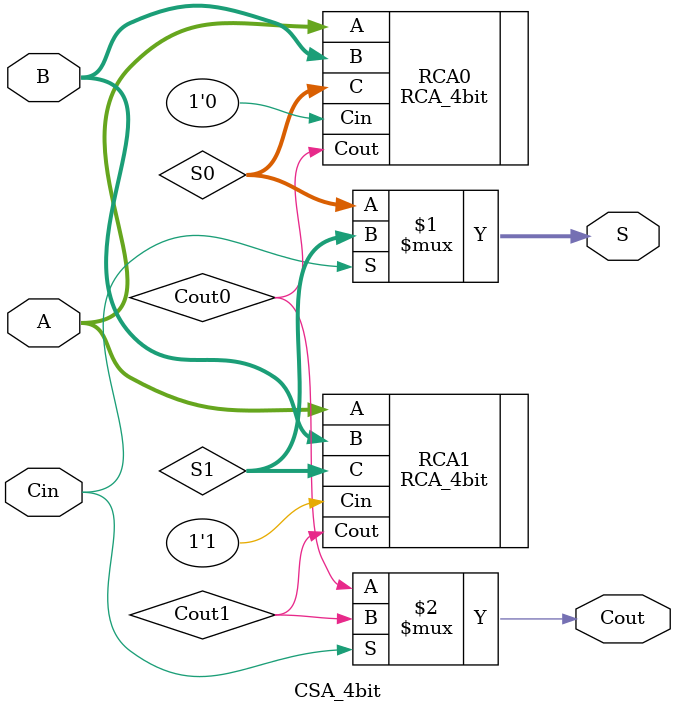
<source format=v>
module CSA_4bit(
    input   wire[3:0]   A,
    input   wire[3:0]   B,
    input   wire        Cin,
    output  wire[3:0]   S,
    output  wire        Cout
);

wire Cout0, Cout1;
wire [3:0] S0;
wire [3:0] S1;

assign S    = Cin ? S1 : S0;
assign Cout = Cin ? Cout1 : Cout0;

RCA_4bit RCA0 (
    .A(A),
    .B(B),
    .Cin(1'b0),
    .C(S0),
    .Cout(Cout0)
);

RCA_4bit RCA1 (
    .A(A),
    .B(B),
    .Cin(1'b1),
    .C(S1),
    .Cout(Cout1)
);

endmodule

</source>
